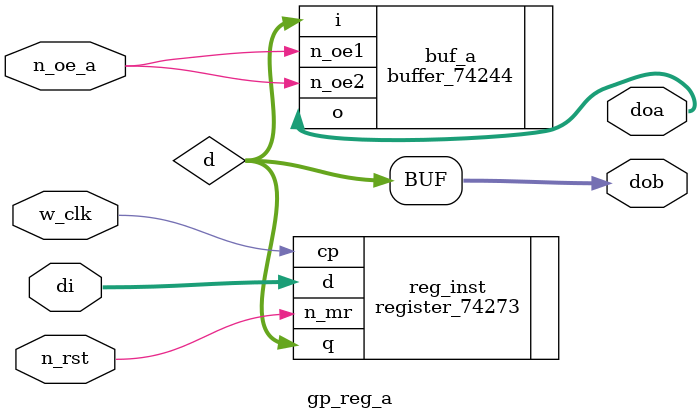
<source format=v>
`timescale 1ns/1ps
module gp_reg_a(
//output
            doa,
            dob,
//input
            di,
            w_clk,
            n_rst,
            n_oe_a);
    input wire [7:0] di;
    input wire w_clk;
    input wire n_rst;
    input wire n_oe_a;

    output wire [7:0] doa;
    output wire [7:0] dob;

    wire [7:0] d;

    assign dob = d;

    register_74273 reg_inst(
        .d(di),
        .cp(w_clk),
        .n_mr(n_rst),
        .q(d));

    buffer_74244 buf_a(
        .i(d),
        .o(doa),
        .n_oe1(n_oe_a),
        .n_oe2(n_oe_a)
        );
endmodule

</source>
